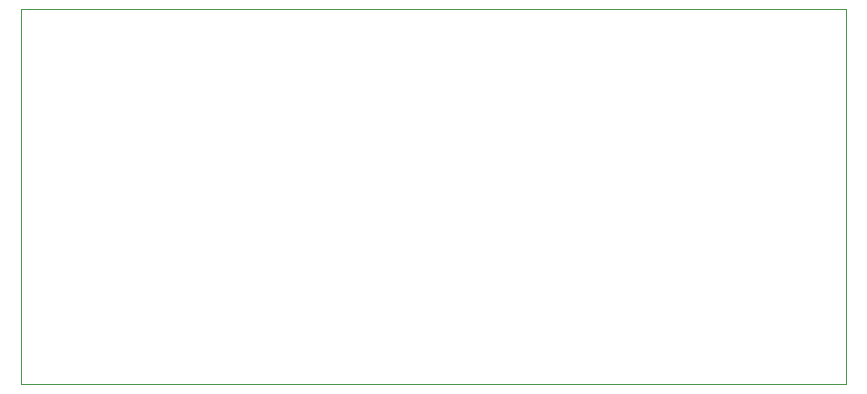
<source format=gbr>
%TF.GenerationSoftware,KiCad,Pcbnew,5.1.9-2.fc34*%
%TF.CreationDate,2021-04-30T18:49:43-07:00*%
%TF.ProjectId,motorbrainz,6d6f746f-7262-4726-9169-6e7a2e6b6963,1.0*%
%TF.SameCoordinates,Original*%
%TF.FileFunction,Profile,NP*%
%FSLAX46Y46*%
G04 Gerber Fmt 4.6, Leading zero omitted, Abs format (unit mm)*
G04 Created by KiCad (PCBNEW 5.1.9-2.fc34) date 2021-04-30 18:49:43*
%MOMM*%
%LPD*%
G01*
G04 APERTURE LIST*
%TA.AperFunction,Profile*%
%ADD10C,0.050000*%
%TD*%
G04 APERTURE END LIST*
D10*
X92075000Y-117475000D02*
X92075000Y-101600000D01*
X161925000Y-117475000D02*
X92075000Y-117475000D01*
X161925000Y-85725000D02*
X161925000Y-117475000D01*
X92075000Y-85725000D02*
X161925000Y-85725000D01*
X92075000Y-101600000D02*
X92075000Y-85725000D01*
M02*

</source>
